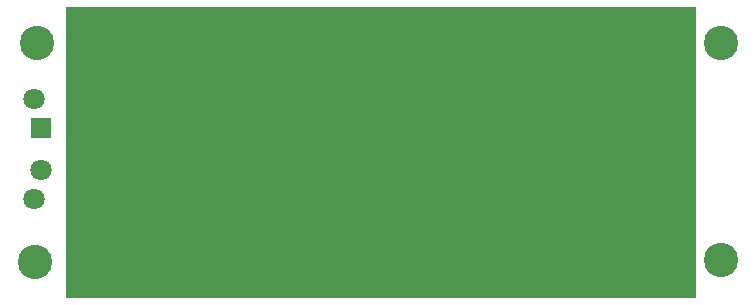
<source format=gbs>
G04*
G04 #@! TF.GenerationSoftware,Altium Limited,Altium Designer,20.0.9 (164)*
G04*
G04 Layer_Color=16711935*
%FSLAX25Y25*%
%MOIN*%
G70*
G01*
G75*
%ADD18C,0.11430*%
%ADD19R,0.07099X0.07099*%
%ADD20C,0.07099*%
%ADD21C,0.03162*%
%ADD22C,0.02769*%
G36*
X232283D02*
X22441D01*
Y97000D01*
X232283D01*
Y0D01*
D02*
G37*
D18*
X240500Y12500D02*
D03*
X12000Y12000D02*
D03*
X240500Y85000D02*
D03*
X12500D02*
D03*
D19*
X14000Y56406D02*
D03*
D20*
Y42626D02*
D03*
X11520Y66248D02*
D03*
Y32783D02*
D03*
D21*
X223228Y88189D02*
D03*
X220472Y82677D02*
D03*
X223228Y77165D02*
D03*
X220472Y71653D02*
D03*
X223228Y66142D02*
D03*
X220472Y27559D02*
D03*
X223228Y22047D02*
D03*
X220472Y16535D02*
D03*
X223228Y11024D02*
D03*
X220472Y5512D02*
D03*
X217717Y88189D02*
D03*
X214961Y82677D02*
D03*
X217717Y77165D02*
D03*
X214961Y71653D02*
D03*
X217717Y66142D02*
D03*
X214961Y38583D02*
D03*
Y27559D02*
D03*
X217717Y22047D02*
D03*
X214961Y16535D02*
D03*
X217717Y11024D02*
D03*
X214961Y5512D02*
D03*
X212205Y88189D02*
D03*
X209449Y82677D02*
D03*
X212205Y77165D02*
D03*
X209449Y71653D02*
D03*
X212205Y66142D02*
D03*
X209449Y38583D02*
D03*
Y27559D02*
D03*
X212205Y22047D02*
D03*
X209449Y16535D02*
D03*
X212205Y11024D02*
D03*
X209449Y5512D02*
D03*
X206693Y88189D02*
D03*
X203937Y82677D02*
D03*
X206693Y77165D02*
D03*
X203937Y71653D02*
D03*
X206693Y66142D02*
D03*
X203937Y38583D02*
D03*
Y27559D02*
D03*
X206693Y22047D02*
D03*
X203937Y16535D02*
D03*
X206693Y11024D02*
D03*
X203937Y5512D02*
D03*
X201181Y88189D02*
D03*
X198425Y82677D02*
D03*
X201181Y77165D02*
D03*
X198425Y71653D02*
D03*
X201181Y66142D02*
D03*
X198425Y49606D02*
D03*
Y38583D02*
D03*
Y27559D02*
D03*
X201181Y22047D02*
D03*
X198425Y16535D02*
D03*
X201181Y11024D02*
D03*
X198425Y5512D02*
D03*
X195669Y88189D02*
D03*
X192913Y82677D02*
D03*
X195669Y77165D02*
D03*
X192913Y71653D02*
D03*
X195669Y66142D02*
D03*
X192913Y49606D02*
D03*
Y38583D02*
D03*
Y27559D02*
D03*
X195669Y22047D02*
D03*
X192913Y16535D02*
D03*
X195669Y11024D02*
D03*
X192913Y5512D02*
D03*
X190157Y88189D02*
D03*
X187401Y82677D02*
D03*
X190157Y77165D02*
D03*
X187401Y71653D02*
D03*
X190157Y66142D02*
D03*
X187401Y49606D02*
D03*
Y38583D02*
D03*
Y27559D02*
D03*
X190157Y22047D02*
D03*
X187401Y16535D02*
D03*
X190157Y11024D02*
D03*
X187401Y5512D02*
D03*
X184646Y88189D02*
D03*
X181890Y82677D02*
D03*
X184646Y77165D02*
D03*
X181890Y71653D02*
D03*
X184646Y66142D02*
D03*
X181890Y38583D02*
D03*
Y27559D02*
D03*
X184646Y22047D02*
D03*
X181890Y16535D02*
D03*
X184646Y11024D02*
D03*
X181890Y5512D02*
D03*
X179134Y88189D02*
D03*
X176378Y82677D02*
D03*
X179134Y77165D02*
D03*
X176378Y71653D02*
D03*
X179134Y66142D02*
D03*
X176378Y38583D02*
D03*
Y27559D02*
D03*
X179134Y22047D02*
D03*
X176378Y16535D02*
D03*
X179134Y11024D02*
D03*
X176378Y5512D02*
D03*
X173622Y88189D02*
D03*
X170866Y82677D02*
D03*
X173622Y77165D02*
D03*
X170866Y71653D02*
D03*
X173622Y66142D02*
D03*
X170866Y49606D02*
D03*
Y38583D02*
D03*
Y27559D02*
D03*
X173622Y22047D02*
D03*
X170866Y16535D02*
D03*
X173622Y11024D02*
D03*
X170866Y5512D02*
D03*
X168110Y88189D02*
D03*
X165354Y82677D02*
D03*
X168110Y77165D02*
D03*
X165354Y71653D02*
D03*
X168110Y66142D02*
D03*
X165354Y49606D02*
D03*
Y38583D02*
D03*
Y27559D02*
D03*
X168110Y22047D02*
D03*
X165354Y16535D02*
D03*
X168110Y11024D02*
D03*
X165354Y5512D02*
D03*
X162598Y88189D02*
D03*
X159843Y82677D02*
D03*
X162598Y77165D02*
D03*
X159843Y71653D02*
D03*
X162598Y66142D02*
D03*
X159843Y49606D02*
D03*
Y38583D02*
D03*
Y27559D02*
D03*
X162598Y22047D02*
D03*
X159843Y16535D02*
D03*
X162598Y11024D02*
D03*
X159843Y5512D02*
D03*
X157087Y88189D02*
D03*
X154331Y82677D02*
D03*
X157087Y77165D02*
D03*
X154331Y71653D02*
D03*
X157087Y66142D02*
D03*
X154331Y38583D02*
D03*
Y27559D02*
D03*
X157087Y22047D02*
D03*
X154331Y16535D02*
D03*
X157087Y11024D02*
D03*
X154331Y5512D02*
D03*
X151575Y88189D02*
D03*
X148819Y82677D02*
D03*
X151575Y77165D02*
D03*
X148819Y71653D02*
D03*
X151575Y66142D02*
D03*
X148819Y38583D02*
D03*
Y27559D02*
D03*
X151575Y22047D02*
D03*
X148819Y16535D02*
D03*
X151575Y11024D02*
D03*
X148819Y5512D02*
D03*
X146063Y88189D02*
D03*
X143307Y82677D02*
D03*
X146063Y77165D02*
D03*
X143307Y71653D02*
D03*
X146063Y66142D02*
D03*
X143307Y38583D02*
D03*
Y27559D02*
D03*
X146063Y22047D02*
D03*
X143307Y16535D02*
D03*
X146063Y11024D02*
D03*
X143307Y5512D02*
D03*
X140551Y88189D02*
D03*
X137795Y82677D02*
D03*
X140551Y77165D02*
D03*
X137795Y71653D02*
D03*
X140551Y66142D02*
D03*
X137795Y49606D02*
D03*
Y38583D02*
D03*
Y27559D02*
D03*
X140551Y22047D02*
D03*
X137795Y16535D02*
D03*
X140551Y11024D02*
D03*
X137795Y5512D02*
D03*
X135039Y88189D02*
D03*
X132283Y82677D02*
D03*
X135039Y77165D02*
D03*
X132283Y71653D02*
D03*
X135039Y66142D02*
D03*
X132283Y49606D02*
D03*
Y38583D02*
D03*
Y27559D02*
D03*
X135039Y22047D02*
D03*
X132283Y16535D02*
D03*
X135039Y11024D02*
D03*
X132283Y5512D02*
D03*
X129527Y88189D02*
D03*
X126772Y82677D02*
D03*
X129527Y77165D02*
D03*
X126772Y71653D02*
D03*
X129527Y66142D02*
D03*
X126772Y49606D02*
D03*
Y38583D02*
D03*
Y27559D02*
D03*
X129527Y22047D02*
D03*
X126772Y16535D02*
D03*
X129527Y11024D02*
D03*
X126772Y5512D02*
D03*
X124016Y88189D02*
D03*
X121260Y82677D02*
D03*
X124016Y77165D02*
D03*
X121260Y71653D02*
D03*
X124016Y66142D02*
D03*
X121260Y38583D02*
D03*
Y27559D02*
D03*
X124016Y22047D02*
D03*
X121260Y16535D02*
D03*
X124016Y11024D02*
D03*
X121260Y5512D02*
D03*
X118504Y88189D02*
D03*
X115748Y82677D02*
D03*
X118504Y77165D02*
D03*
X115748Y71653D02*
D03*
X118504Y66142D02*
D03*
X115748Y38583D02*
D03*
Y27559D02*
D03*
X118504Y22047D02*
D03*
X115748Y16535D02*
D03*
X118504Y11024D02*
D03*
X115748Y5512D02*
D03*
X112992Y88189D02*
D03*
X110236Y82677D02*
D03*
X112992Y77165D02*
D03*
X110236Y71653D02*
D03*
X112992Y66142D02*
D03*
X110236Y38583D02*
D03*
Y27559D02*
D03*
X112992Y22047D02*
D03*
X110236Y16535D02*
D03*
X112992Y11024D02*
D03*
X110236Y5512D02*
D03*
X107480Y88189D02*
D03*
X104724Y82677D02*
D03*
X107480Y77165D02*
D03*
X104724Y71653D02*
D03*
X107480Y66142D02*
D03*
X104724Y49606D02*
D03*
Y38583D02*
D03*
Y27559D02*
D03*
X107480Y22047D02*
D03*
X104724Y16535D02*
D03*
X107480Y11024D02*
D03*
X104724Y5512D02*
D03*
X101969Y88189D02*
D03*
X99213Y82677D02*
D03*
X101969Y77165D02*
D03*
X99213Y71653D02*
D03*
X101969Y66142D02*
D03*
X99213Y49606D02*
D03*
Y38583D02*
D03*
Y27559D02*
D03*
X101969Y22047D02*
D03*
X99213Y16535D02*
D03*
X101969Y11024D02*
D03*
X99213Y5512D02*
D03*
X96457Y88189D02*
D03*
X93701Y82677D02*
D03*
X96457Y77165D02*
D03*
X93701Y71653D02*
D03*
X96457Y66142D02*
D03*
X93701Y49606D02*
D03*
Y38583D02*
D03*
Y27559D02*
D03*
X96457Y22047D02*
D03*
X93701Y16535D02*
D03*
X96457Y11024D02*
D03*
X93701Y5512D02*
D03*
X90945Y88189D02*
D03*
X88189Y82677D02*
D03*
X90945Y77165D02*
D03*
X88189Y71653D02*
D03*
X90945Y66142D02*
D03*
X88189Y38583D02*
D03*
Y27559D02*
D03*
X90945Y22047D02*
D03*
X88189Y16535D02*
D03*
X90945Y11024D02*
D03*
X88189Y5512D02*
D03*
X85433Y88189D02*
D03*
X82677Y82677D02*
D03*
X85433Y77165D02*
D03*
X82677Y71653D02*
D03*
X85433Y66142D02*
D03*
X82677Y38583D02*
D03*
Y27559D02*
D03*
X85433Y22047D02*
D03*
X82677Y16535D02*
D03*
X85433Y11024D02*
D03*
X82677Y5512D02*
D03*
X79921Y88189D02*
D03*
X77165Y82677D02*
D03*
X79921Y77165D02*
D03*
X77165Y71653D02*
D03*
X79921Y66142D02*
D03*
X77165Y38583D02*
D03*
Y27559D02*
D03*
X79921Y22047D02*
D03*
X77165Y16535D02*
D03*
X79921Y11024D02*
D03*
X77165Y5512D02*
D03*
X74409Y88189D02*
D03*
X71653Y82677D02*
D03*
X74409Y77165D02*
D03*
X71653Y71653D02*
D03*
X74409Y66142D02*
D03*
X71653Y49606D02*
D03*
Y38583D02*
D03*
Y27559D02*
D03*
X74409Y22047D02*
D03*
X71653Y16535D02*
D03*
X74409Y11024D02*
D03*
X71653Y5512D02*
D03*
X68898Y88189D02*
D03*
X66142Y82677D02*
D03*
X68898Y77165D02*
D03*
X66142Y71653D02*
D03*
X68898Y66142D02*
D03*
X66142Y49606D02*
D03*
Y38583D02*
D03*
Y27559D02*
D03*
X68898Y22047D02*
D03*
X66142Y16535D02*
D03*
X68898Y11024D02*
D03*
X66142Y5512D02*
D03*
X63386Y88189D02*
D03*
X60630Y82677D02*
D03*
X63386Y77165D02*
D03*
X60630Y71653D02*
D03*
X63386Y66142D02*
D03*
X60630Y38583D02*
D03*
Y27559D02*
D03*
X63386Y22047D02*
D03*
X60630Y16535D02*
D03*
X63386Y11024D02*
D03*
X60630Y5512D02*
D03*
X57874Y88189D02*
D03*
X55118Y82677D02*
D03*
X57874Y77165D02*
D03*
X55118Y71653D02*
D03*
X57874Y66142D02*
D03*
X55118Y38583D02*
D03*
Y27559D02*
D03*
X57874Y22047D02*
D03*
X55118Y16535D02*
D03*
X57874Y11024D02*
D03*
X55118Y5512D02*
D03*
X52362Y88189D02*
D03*
X49606Y82677D02*
D03*
X52362Y77165D02*
D03*
X49606Y71653D02*
D03*
X52362Y66142D02*
D03*
X49606Y38583D02*
D03*
Y27559D02*
D03*
X52362Y22047D02*
D03*
X49606Y16535D02*
D03*
X52362Y11024D02*
D03*
X49606Y5512D02*
D03*
X46850Y88189D02*
D03*
X44094Y82677D02*
D03*
X46850Y77165D02*
D03*
X44094Y71653D02*
D03*
X46850Y66142D02*
D03*
X44094Y38583D02*
D03*
Y27559D02*
D03*
X46850Y22047D02*
D03*
X44094Y16535D02*
D03*
X46850Y11024D02*
D03*
X44094Y5512D02*
D03*
X41339Y88189D02*
D03*
X38583Y82677D02*
D03*
X41339Y77165D02*
D03*
X38583Y71653D02*
D03*
X41339Y66142D02*
D03*
X38583Y49606D02*
D03*
Y38583D02*
D03*
Y27559D02*
D03*
X41339Y22047D02*
D03*
X38583Y16535D02*
D03*
X41339Y11024D02*
D03*
X38583Y5512D02*
D03*
X35827Y88189D02*
D03*
X33071Y82677D02*
D03*
X35827Y77165D02*
D03*
X33071Y71653D02*
D03*
X35827Y66142D02*
D03*
X33071Y49606D02*
D03*
X35827Y44094D02*
D03*
X33071Y38583D02*
D03*
Y27559D02*
D03*
X35827Y22047D02*
D03*
X33071Y16535D02*
D03*
X35827Y11024D02*
D03*
X33071Y5512D02*
D03*
X30315Y88189D02*
D03*
X27559Y82677D02*
D03*
X30315Y77165D02*
D03*
X27559Y71653D02*
D03*
X30315Y66142D02*
D03*
X27559Y49606D02*
D03*
X30315Y44094D02*
D03*
X27559Y38583D02*
D03*
Y27559D02*
D03*
X30315Y22047D02*
D03*
X27559Y16535D02*
D03*
X30315Y11024D02*
D03*
X27559Y5512D02*
D03*
X24803Y44094D02*
D03*
X48425Y50394D02*
D03*
X214961D02*
D03*
X205906D02*
D03*
X183465D02*
D03*
X174409D02*
D03*
X151969D02*
D03*
X142913D02*
D03*
X57480D02*
D03*
X120472D02*
D03*
X111417D02*
D03*
X79921D02*
D03*
D22*
X88976D02*
D03*
M02*

</source>
